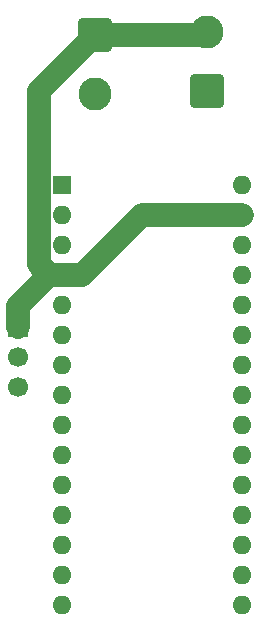
<source format=gbr>
%TF.GenerationSoftware,KiCad,Pcbnew,9.0.6*%
%TF.CreationDate,2026-01-24T14:46:46+01:00*%
%TF.ProjectId,Brushless motor test board,42727573-686c-4657-9373-206d6f746f72,rev?*%
%TF.SameCoordinates,Original*%
%TF.FileFunction,Copper,L2,Bot*%
%TF.FilePolarity,Positive*%
%FSLAX46Y46*%
G04 Gerber Fmt 4.6, Leading zero omitted, Abs format (unit mm)*
G04 Created by KiCad (PCBNEW 9.0.6) date 2026-01-24 14:46:46*
%MOMM*%
%LPD*%
G01*
G04 APERTURE LIST*
G04 Aperture macros list*
%AMRoundRect*
0 Rectangle with rounded corners*
0 $1 Rounding radius*
0 $2 $3 $4 $5 $6 $7 $8 $9 X,Y pos of 4 corners*
0 Add a 4 corners polygon primitive as box body*
4,1,4,$2,$3,$4,$5,$6,$7,$8,$9,$2,$3,0*
0 Add four circle primitives for the rounded corners*
1,1,$1+$1,$2,$3*
1,1,$1+$1,$4,$5*
1,1,$1+$1,$6,$7*
1,1,$1+$1,$8,$9*
0 Add four rect primitives between the rounded corners*
20,1,$1+$1,$2,$3,$4,$5,0*
20,1,$1+$1,$4,$5,$6,$7,0*
20,1,$1+$1,$6,$7,$8,$9,0*
20,1,$1+$1,$8,$9,$2,$3,0*%
G04 Aperture macros list end*
%TA.AperFunction,ComponentPad*%
%ADD10R,1.600000X1.600000*%
%TD*%
%TA.AperFunction,ComponentPad*%
%ADD11O,1.600000X1.600000*%
%TD*%
%TA.AperFunction,ComponentPad*%
%ADD12RoundRect,0.250001X-1.149999X1.149999X-1.149999X-1.149999X1.149999X-1.149999X1.149999X1.149999X0*%
%TD*%
%TA.AperFunction,ComponentPad*%
%ADD13C,2.800000*%
%TD*%
%TA.AperFunction,ComponentPad*%
%ADD14RoundRect,0.250001X1.149999X-1.149999X1.149999X1.149999X-1.149999X1.149999X-1.149999X-1.149999X0*%
%TD*%
%TA.AperFunction,ComponentPad*%
%ADD15R,1.700000X1.700000*%
%TD*%
%TA.AperFunction,ComponentPad*%
%ADD16C,1.700000*%
%TD*%
%TA.AperFunction,Conductor*%
%ADD17C,2.000000*%
%TD*%
G04 APERTURE END LIST*
D10*
%TO.P,A1,1,TX1*%
%TO.N,unconnected-(A1-TX1-Pad1)*%
X112760000Y-50440000D03*
D11*
%TO.P,A1,2,RX1*%
%TO.N,unconnected-(A1-RX1-Pad2)*%
X112760000Y-52980000D03*
%TO.P,A1,3,~{RESET}*%
%TO.N,unconnected-(A1-~{RESET}-Pad3)*%
X112760000Y-55520000D03*
%TO.P,A1,4,GND*%
%TO.N,GND*%
X112760000Y-58060000D03*
%TO.P,A1,5,D2*%
%TO.N,unconnected-(A1-D2-Pad5)*%
X112760000Y-60600000D03*
%TO.P,A1,6,D3*%
%TO.N,unconnected-(A1-D3-Pad6)*%
X112760000Y-63140000D03*
%TO.P,A1,7,D4*%
%TO.N,unconnected-(A1-D4-Pad7)*%
X112760000Y-65680000D03*
%TO.P,A1,8,D5*%
%TO.N,/PWM*%
X112760000Y-68220000D03*
%TO.P,A1,9,D6*%
%TO.N,unconnected-(A1-D6-Pad9)*%
X112760000Y-70760000D03*
%TO.P,A1,10,D7*%
%TO.N,unconnected-(A1-D7-Pad10)*%
X112760000Y-73300000D03*
%TO.P,A1,11,D8*%
%TO.N,unconnected-(A1-D8-Pad11)*%
X112760000Y-75840000D03*
%TO.P,A1,12,D9*%
%TO.N,unconnected-(A1-D9-Pad12)*%
X112760000Y-78380000D03*
%TO.P,A1,13,D10*%
%TO.N,unconnected-(A1-D10-Pad13)*%
X112760000Y-80920000D03*
%TO.P,A1,14,MOSI*%
%TO.N,unconnected-(A1-MOSI-Pad14)*%
X112760000Y-83460000D03*
%TO.P,A1,15,MISO*%
%TO.N,unconnected-(A1-MISO-Pad15)*%
X112760000Y-86000000D03*
%TO.P,A1,16,SCK*%
%TO.N,unconnected-(A1-SCK-Pad16)*%
X128000000Y-86000000D03*
%TO.P,A1,17,3V3*%
%TO.N,unconnected-(A1-3V3-Pad17)*%
X128000000Y-83460000D03*
%TO.P,A1,18,AREF*%
%TO.N,unconnected-(A1-AREF-Pad18)*%
X128000000Y-80920000D03*
%TO.P,A1,19,A0*%
%TO.N,unconnected-(A1-A0-Pad19)*%
X128000000Y-78380000D03*
%TO.P,A1,20,A1*%
%TO.N,unconnected-(A1-A1-Pad20)*%
X128000000Y-75840000D03*
%TO.P,A1,21,A2*%
%TO.N,unconnected-(A1-A2-Pad21)*%
X128000000Y-73300000D03*
%TO.P,A1,22,A3*%
%TO.N,unconnected-(A1-A3-Pad22)*%
X128000000Y-70760000D03*
%TO.P,A1,23,SDA/A4*%
%TO.N,unconnected-(A1-SDA{slash}A4-Pad23)*%
X128000000Y-68220000D03*
%TO.P,A1,24,SCL/A5*%
%TO.N,unconnected-(A1-SCL{slash}A5-Pad24)*%
X128000000Y-65680000D03*
%TO.P,A1,25,A6*%
%TO.N,unconnected-(A1-A6-Pad25)*%
X128000000Y-63140000D03*
%TO.P,A1,26,A7*%
%TO.N,unconnected-(A1-A7-Pad26)*%
X128000000Y-60600000D03*
%TO.P,A1,27,+5V*%
%TO.N,unconnected-(A1-+5V-Pad27)*%
X128000000Y-58060000D03*
%TO.P,A1,28,~{RESET}*%
%TO.N,unconnected-(A1-~{RESET}-Pad28)*%
X128000000Y-55520000D03*
%TO.P,A1,29,GND*%
%TO.N,GND*%
X128000000Y-52980000D03*
%TO.P,A1,30,VIN*%
%TO.N,unconnected-(A1-VIN-Pad30)*%
X128000000Y-50440000D03*
%TD*%
D12*
%TO.P,J3,1,Pin_1*%
%TO.N,GND*%
X115532500Y-37750000D03*
D13*
%TO.P,J3,2,Pin_2*%
%TO.N,+24V*%
X115532500Y-42750000D03*
%TD*%
D14*
%TO.P,J2,1,Pin_1*%
%TO.N,+24V*%
X125000000Y-42500000D03*
D13*
%TO.P,J2,2,Pin_2*%
%TO.N,GND*%
X125000000Y-37500000D03*
%TD*%
D15*
%TO.P,J4,1,Pin_1*%
%TO.N,GND*%
X109000000Y-62460000D03*
D16*
%TO.P,J4,2,Pin_2*%
%TO.N,unconnected-(J4-Pin_2-Pad2)*%
X109000000Y-65000000D03*
%TO.P,J4,3,Pin_3*%
%TO.N,/PWM*%
X109000000Y-67540000D03*
%TD*%
D17*
%TO.N,GND*%
X119520000Y-52980000D02*
X128000000Y-52980000D01*
X124750000Y-37750000D02*
X125000000Y-37500000D01*
X112760000Y-58060000D02*
X114440000Y-58060000D01*
X114440000Y-58060000D02*
X119520000Y-52980000D01*
X111628630Y-58060000D02*
X110759000Y-57190370D01*
X115532500Y-37750000D02*
X124750000Y-37750000D01*
X112760000Y-58060000D02*
X111628630Y-58060000D01*
X110759000Y-42523500D02*
X115532500Y-37750000D01*
X109000000Y-60688630D02*
X109000000Y-62460000D01*
X110759000Y-57190370D02*
X110759000Y-42523500D01*
X111628630Y-58060000D02*
X109000000Y-60688630D01*
%TD*%
M02*

</source>
